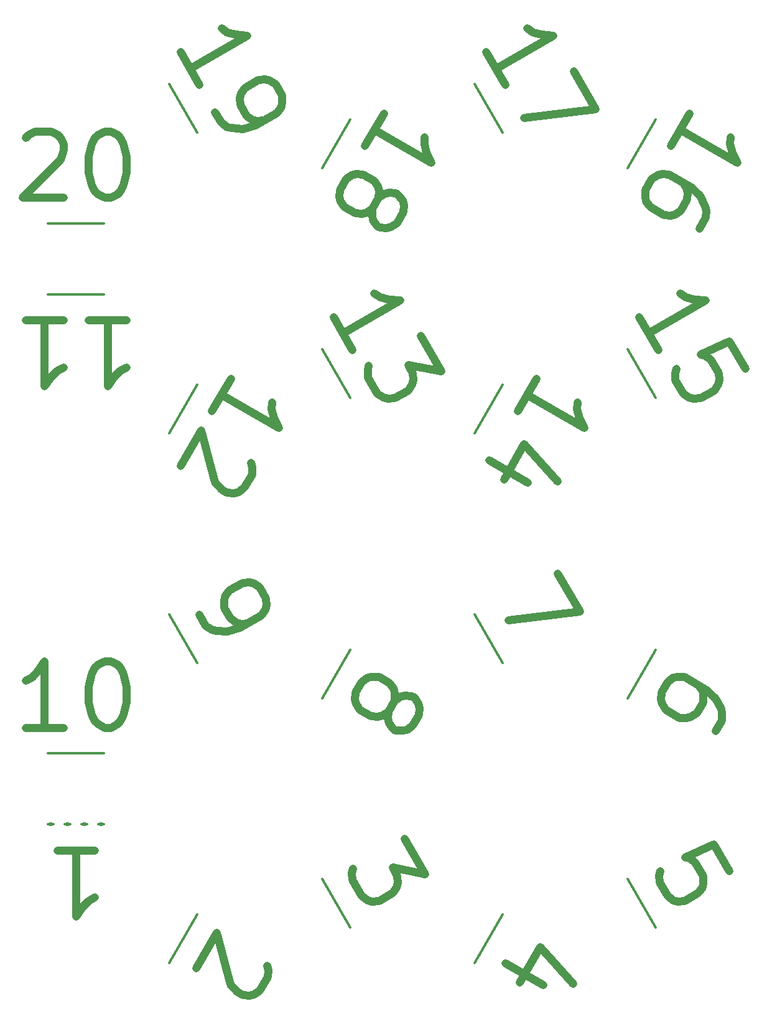
<source format=gbr>
%TF.GenerationSoftware,KiCad,Pcbnew,8.0.1*%
%TF.CreationDate,2024-04-06T16:34:53-04:00*%
%TF.ProjectId,Faces,46616365-732e-46b6-9963-61645f706362,rev?*%
%TF.SameCoordinates,Original*%
%TF.FileFunction,Copper,L1,Top*%
%TF.FilePolarity,Positive*%
%FSLAX46Y46*%
G04 Gerber Fmt 4.6, Leading zero omitted, Abs format (unit mm)*
G04 Created by KiCad (PCBNEW 8.0.1) date 2024-04-06 16:34:53*
%MOMM*%
%LPD*%
G01*
G04 APERTURE LIST*
%TA.AperFunction,NonConductor*%
%ADD10C,0.375000*%
%TD*%
%ADD11C,1.125000*%
%TA.AperFunction,NonConductor*%
%ADD12C,1.125000*%
%TD*%
%TA.AperFunction,ViaPad*%
%ADD13C,0.600000*%
%TD*%
G04 APERTURE END LIST*
D10*
X54610002Y-56641998D02*
X46990001Y-56641998D01*
X105098898Y-100168634D02*
X108908898Y-106767747D01*
X50038000Y-128729044D02*
X49276000Y-128729044D01*
X46990095Y-119077046D02*
X54610095Y-119077046D01*
X88099110Y-32907640D02*
X84289110Y-39506754D01*
X129718680Y-104994632D02*
X125908680Y-111593746D01*
X46990000Y-46990000D02*
X54610000Y-46990000D01*
X88099205Y-104994686D02*
X84289205Y-111593800D01*
X125908501Y-64125032D02*
X129718501Y-70724146D01*
X125908596Y-136212078D02*
X129718596Y-142811192D01*
X52324000Y-128729044D02*
X51562000Y-128729044D01*
X129718585Y-32907586D02*
X125908585Y-39506700D01*
X47752000Y-128729044D02*
X46990096Y-128729044D01*
X63479423Y-100168688D02*
X67289423Y-106767802D01*
X67289428Y-141038184D02*
X63479427Y-147637298D01*
X84289026Y-64125086D02*
X88099026Y-70724200D01*
X63479328Y-28081642D02*
X67289328Y-34680756D01*
X108908903Y-141038130D02*
X105098903Y-147637244D01*
X53848000Y-128729044D02*
X54610000Y-128729044D01*
X108908808Y-68951084D02*
X105098808Y-75550198D01*
X67289333Y-68951138D02*
X63479332Y-75550252D01*
X84289121Y-136212132D02*
X88099121Y-142811246D01*
X105098803Y-28081588D02*
X108908803Y-34680701D01*
D11*
D12*
X67571201Y-28139119D02*
X64999773Y-23685274D01*
X66285487Y-25912196D02*
X74079716Y-21412196D01*
X74079716Y-21412196D02*
X72537683Y-21312746D01*
X72537683Y-21312746D02*
X71366804Y-20999010D01*
X71366804Y-20999010D02*
X70567079Y-20470988D01*
X69714059Y-31850657D02*
X70571202Y-33335272D01*
X70571202Y-33335272D02*
X71370927Y-33863293D01*
X71370927Y-33863293D02*
X71956366Y-34020161D01*
X71956366Y-34020161D02*
X73498399Y-34119612D01*
X73498399Y-34119612D02*
X75197299Y-33633623D01*
X75197299Y-33633623D02*
X78166529Y-31919337D01*
X78166529Y-31919337D02*
X78694551Y-31119612D01*
X78694551Y-31119612D02*
X78851419Y-30534172D01*
X78851419Y-30534172D02*
X78794002Y-29577579D01*
X78794002Y-29577579D02*
X77936859Y-28092964D01*
X77936859Y-28092964D02*
X77137134Y-27564942D01*
X77137134Y-27564942D02*
X76551694Y-27408074D01*
X76551694Y-27408074D02*
X75595101Y-27465492D01*
X75595101Y-27465492D02*
X73739332Y-28536921D01*
X73739332Y-28536921D02*
X73211310Y-29336646D01*
X73211310Y-29336646D02*
X73054442Y-29922085D01*
X73054442Y-29922085D02*
X73111860Y-30878678D01*
X73111860Y-30878678D02*
X73969003Y-32363293D01*
X73969003Y-32363293D02*
X74768728Y-32891315D01*
X74768728Y-32891315D02*
X75354168Y-33048183D01*
X75354168Y-33048183D02*
X76310761Y-32990766D01*
D11*
D12*
X76766080Y-147939711D02*
X76922948Y-148525151D01*
X76922948Y-148525151D02*
X76865530Y-149481744D01*
X76865530Y-149481744D02*
X75794101Y-151337513D01*
X75794101Y-151337513D02*
X74994376Y-151865534D01*
X74994376Y-151865534D02*
X74408937Y-152022402D01*
X74408937Y-152022402D02*
X73452344Y-151964985D01*
X73452344Y-151964985D02*
X72710036Y-151536413D01*
X72710036Y-151536413D02*
X71810861Y-150522402D01*
X71810861Y-150522402D02*
X69928444Y-143497129D01*
X69928444Y-143497129D02*
X67142730Y-148322128D01*
D11*
D12*
X69285492Y-72523543D02*
X71856921Y-68069699D01*
X70571207Y-70296621D02*
X78365435Y-74796621D01*
X78365435Y-74796621D02*
X77680546Y-73411456D01*
X77680546Y-73411456D02*
X77366809Y-72240577D01*
X77366809Y-72240577D02*
X77424227Y-71283984D01*
X74623128Y-79564202D02*
X74779996Y-80149642D01*
X74779996Y-80149642D02*
X74722578Y-81106235D01*
X74722578Y-81106235D02*
X73651149Y-82962004D01*
X73651149Y-82962004D02*
X72851424Y-83490025D01*
X72851424Y-83490025D02*
X72265985Y-83646894D01*
X72265985Y-83646894D02*
X71309392Y-83589476D01*
X71309392Y-83589476D02*
X70567084Y-83160904D01*
X70567084Y-83160904D02*
X69667909Y-82146894D01*
X69667909Y-82146894D02*
X67785492Y-75121620D01*
X67785492Y-75121620D02*
X64999778Y-79946619D01*
D11*
D12*
X110904967Y-72523489D02*
X113476396Y-68069645D01*
X112190682Y-70296567D02*
X119984910Y-74796567D01*
X119984910Y-74796567D02*
X119300021Y-73411402D01*
X119300021Y-73411402D02*
X118986284Y-72240523D01*
X118986284Y-72240523D02*
X119043702Y-71283930D01*
X112243977Y-82204257D02*
X107047824Y-79204257D01*
X116284635Y-82062774D02*
X111788758Y-76992720D01*
X111788758Y-76992720D02*
X109003043Y-81817718D01*
D11*
D12*
X49085808Y-115562117D02*
X43942951Y-115562117D01*
X46514380Y-115562117D02*
X46514380Y-106562117D01*
X46514380Y-106562117D02*
X45657237Y-107847831D01*
X45657237Y-107847831D02*
X44800094Y-108704974D01*
X44800094Y-108704974D02*
X43942951Y-109133546D01*
X54657237Y-106562117D02*
X55514380Y-106562117D01*
X55514380Y-106562117D02*
X56371523Y-106990688D01*
X56371523Y-106990688D02*
X56800095Y-107419260D01*
X56800095Y-107419260D02*
X57228666Y-108276403D01*
X57228666Y-108276403D02*
X57657237Y-109990688D01*
X57657237Y-109990688D02*
X57657237Y-112133546D01*
X57657237Y-112133546D02*
X57228666Y-113847831D01*
X57228666Y-113847831D02*
X56800095Y-114704974D01*
X56800095Y-114704974D02*
X56371523Y-115133546D01*
X56371523Y-115133546D02*
X55514380Y-115562117D01*
X55514380Y-115562117D02*
X54657237Y-115562117D01*
X54657237Y-115562117D02*
X53800095Y-115133546D01*
X53800095Y-115133546D02*
X53371523Y-114704974D01*
X53371523Y-114704974D02*
X52942952Y-113847831D01*
X52942952Y-113847831D02*
X52514380Y-112133546D01*
X52514380Y-112133546D02*
X52514380Y-109990688D01*
X52514380Y-109990688D02*
X52942952Y-108276403D01*
X52942952Y-108276403D02*
X53371523Y-107419260D01*
X53371523Y-107419260D02*
X53800095Y-106990688D01*
X53800095Y-106990688D02*
X54657237Y-106562117D01*
D11*
D12*
X137794782Y-116036268D02*
X138651925Y-114551653D01*
X138651925Y-114551653D02*
X138709343Y-113595060D01*
X138709343Y-113595060D02*
X138552475Y-113009620D01*
X138552475Y-113009620D02*
X137867585Y-111624456D01*
X137867585Y-111624456D02*
X136597255Y-110396159D01*
X136597255Y-110396159D02*
X133628025Y-108681873D01*
X133628025Y-108681873D02*
X132671432Y-108624456D01*
X132671432Y-108624456D02*
X132085993Y-108781324D01*
X132085993Y-108781324D02*
X131286268Y-109309346D01*
X131286268Y-109309346D02*
X130429125Y-110793961D01*
X130429125Y-110793961D02*
X130371707Y-111750554D01*
X130371707Y-111750554D02*
X130528575Y-112335993D01*
X130528575Y-112335993D02*
X131056597Y-113135718D01*
X131056597Y-113135718D02*
X132912366Y-114207147D01*
X132912366Y-114207147D02*
X133868959Y-114264565D01*
X133868959Y-114264565D02*
X134454398Y-114107697D01*
X134454398Y-114107697D02*
X135254123Y-113579675D01*
X135254123Y-113579675D02*
X136111266Y-112095060D01*
X136111266Y-112095060D02*
X136168684Y-111138467D01*
X136168684Y-111138467D02*
X136011816Y-110553027D01*
X136011816Y-110553027D02*
X135483794Y-109753302D01*
D11*
D12*
X95532366Y-130656148D02*
X98318080Y-135481147D01*
X98318080Y-135481147D02*
X93848850Y-134597356D01*
X93848850Y-134597356D02*
X94491708Y-135710818D01*
X94491708Y-135710818D02*
X94549125Y-136667411D01*
X94549125Y-136667411D02*
X94392257Y-137252850D01*
X94392257Y-137252850D02*
X93864235Y-138052576D01*
X93864235Y-138052576D02*
X92008467Y-139124004D01*
X92008467Y-139124004D02*
X91051874Y-139181422D01*
X91051874Y-139181422D02*
X90466434Y-139024554D01*
X90466434Y-139024554D02*
X89666709Y-138496532D01*
X89666709Y-138496532D02*
X88380995Y-136269609D01*
X88380995Y-136269609D02*
X88323577Y-135313016D01*
X88323577Y-135313016D02*
X88480445Y-134727577D01*
D11*
D12*
X94120638Y-111880828D02*
X94920363Y-111352806D01*
X94920363Y-111352806D02*
X95505802Y-111195938D01*
X95505802Y-111195938D02*
X96462395Y-111253356D01*
X96462395Y-111253356D02*
X96833549Y-111467642D01*
X96833549Y-111467642D02*
X97361571Y-112267367D01*
X97361571Y-112267367D02*
X97518439Y-112852806D01*
X97518439Y-112852806D02*
X97461021Y-113809400D01*
X97461021Y-113809400D02*
X96603878Y-115294015D01*
X96603878Y-115294015D02*
X95804153Y-115822036D01*
X95804153Y-115822036D02*
X95218714Y-115978904D01*
X95218714Y-115978904D02*
X94262121Y-115921487D01*
X94262121Y-115921487D02*
X93890967Y-115707201D01*
X93890967Y-115707201D02*
X93362945Y-114907476D01*
X93362945Y-114907476D02*
X93206077Y-114322036D01*
X93206077Y-114322036D02*
X93263495Y-113365443D01*
X93263495Y-113365443D02*
X94120638Y-111880828D01*
X94120638Y-111880828D02*
X94178055Y-110924235D01*
X94178055Y-110924235D02*
X94021187Y-110338795D01*
X94021187Y-110338795D02*
X93493165Y-109539070D01*
X93493165Y-109539070D02*
X92008550Y-108681927D01*
X92008550Y-108681927D02*
X91051957Y-108624510D01*
X91051957Y-108624510D02*
X90466518Y-108781378D01*
X90466518Y-108781378D02*
X89666793Y-109309400D01*
X89666793Y-109309400D02*
X88809650Y-110794015D01*
X88809650Y-110794015D02*
X88752232Y-111750608D01*
X88752232Y-111750608D02*
X88909100Y-112336047D01*
X88909100Y-112336047D02*
X89437122Y-113135772D01*
X89437122Y-113135772D02*
X90921737Y-113992915D01*
X90921737Y-113992915D02*
X91878330Y-114050333D01*
X91878330Y-114050333D02*
X92463770Y-113893465D01*
X92463770Y-113893465D02*
X93263495Y-113365443D01*
D11*
D12*
X116342143Y-94612650D02*
X119342143Y-99808803D01*
X119342143Y-99808803D02*
X109619343Y-100968419D01*
D11*
D12*
X131714744Y-36479991D02*
X134286173Y-32026147D01*
X133000459Y-34253069D02*
X140794687Y-38753069D01*
X140794687Y-38753069D02*
X140109798Y-37367904D01*
X140109798Y-37367904D02*
X139796061Y-36197025D01*
X139796061Y-36197025D02*
X139853479Y-35240432D01*
X135651830Y-47660759D02*
X136508973Y-46176144D01*
X136508973Y-46176144D02*
X136566391Y-45219551D01*
X136566391Y-45219551D02*
X136409523Y-44634112D01*
X136409523Y-44634112D02*
X135724633Y-43248947D01*
X135724633Y-43248947D02*
X134454303Y-42020650D01*
X134454303Y-42020650D02*
X131485073Y-40306365D01*
X131485073Y-40306365D02*
X130528480Y-40248947D01*
X130528480Y-40248947D02*
X129943041Y-40405815D01*
X129943041Y-40405815D02*
X129143316Y-40933837D01*
X129143316Y-40933837D02*
X128286173Y-42418452D01*
X128286173Y-42418452D02*
X128228755Y-43375045D01*
X128228755Y-43375045D02*
X128385623Y-43960484D01*
X128385623Y-43960484D02*
X128913645Y-44760210D01*
X128913645Y-44760210D02*
X130769414Y-45831638D01*
X130769414Y-45831638D02*
X131726007Y-45889056D01*
X131726007Y-45889056D02*
X132311446Y-45732188D01*
X132311446Y-45732188D02*
X133111171Y-45204166D01*
X133111171Y-45204166D02*
X133968314Y-43719551D01*
X133968314Y-43719551D02*
X134025732Y-42762958D01*
X134025732Y-42762958D02*
X133868864Y-42177518D01*
X133868864Y-42177518D02*
X133340842Y-41377793D01*
D11*
D12*
X48228668Y-132243972D02*
X53371525Y-132243972D01*
X50800096Y-132243972D02*
X50800096Y-141243972D01*
X50800096Y-141243972D02*
X51657239Y-139958258D01*
X51657239Y-139958258D02*
X52514382Y-139101115D01*
X52514382Y-139101115D02*
X53371525Y-138672544D01*
D11*
D12*
X130000374Y-64182509D02*
X127428946Y-59728664D01*
X128714660Y-61955586D02*
X136508889Y-57455586D01*
X136508889Y-57455586D02*
X134966856Y-57356136D01*
X134966856Y-57356136D02*
X133795977Y-57042400D01*
X133795977Y-57042400D02*
X132996252Y-56514378D01*
X141866032Y-66734430D02*
X139723175Y-63022893D01*
X139723175Y-63022893D02*
X135797351Y-64794596D01*
X135797351Y-64794596D02*
X136382791Y-64951464D01*
X136382791Y-64951464D02*
X137182516Y-65479486D01*
X137182516Y-65479486D02*
X138253945Y-67335255D01*
X138253945Y-67335255D02*
X138311362Y-68291848D01*
X138311362Y-68291848D02*
X138154494Y-68877288D01*
X138154494Y-68877288D02*
X137626472Y-69677013D01*
X137626472Y-69677013D02*
X135770704Y-70748441D01*
X135770704Y-70748441D02*
X134814111Y-70805859D01*
X134814111Y-70805859D02*
X134228671Y-70648991D01*
X134228671Y-70648991D02*
X133428946Y-70120969D01*
X133428946Y-70120969D02*
X132357517Y-68265200D01*
X132357517Y-68265200D02*
X132300100Y-67308607D01*
X132300100Y-67308607D02*
X132456968Y-66723168D01*
D11*
D12*
X52514288Y-60156926D02*
X57657145Y-60156926D01*
X55085716Y-60156926D02*
X55085716Y-69156926D01*
X55085716Y-69156926D02*
X55942859Y-67871212D01*
X55942859Y-67871212D02*
X56800002Y-67014069D01*
X56800002Y-67014069D02*
X57657145Y-66585498D01*
X43942859Y-60156926D02*
X49085716Y-60156926D01*
X46514287Y-60156926D02*
X46514287Y-69156926D01*
X46514287Y-69156926D02*
X47371430Y-67871212D01*
X47371430Y-67871212D02*
X48228573Y-67014069D01*
X48228573Y-67014069D02*
X49085716Y-66585498D01*
D11*
D12*
X90095269Y-36480045D02*
X92666698Y-32026201D01*
X91380984Y-34253123D02*
X99175212Y-38753123D01*
X99175212Y-38753123D02*
X98490323Y-37367958D01*
X98490323Y-37367958D02*
X98176586Y-36197079D01*
X98176586Y-36197079D02*
X98234004Y-35240486D01*
X91977686Y-43505319D02*
X92777411Y-42977298D01*
X92777411Y-42977298D02*
X93362850Y-42820430D01*
X93362850Y-42820430D02*
X94319443Y-42877847D01*
X94319443Y-42877847D02*
X94690597Y-43092133D01*
X94690597Y-43092133D02*
X95218619Y-43891858D01*
X95218619Y-43891858D02*
X95375487Y-44477298D01*
X95375487Y-44477298D02*
X95318069Y-45433891D01*
X95318069Y-45433891D02*
X94460926Y-46918506D01*
X94460926Y-46918506D02*
X93661201Y-47446527D01*
X93661201Y-47446527D02*
X93075762Y-47603396D01*
X93075762Y-47603396D02*
X92119169Y-47545978D01*
X92119169Y-47545978D02*
X91748015Y-47331692D01*
X91748015Y-47331692D02*
X91219993Y-46531967D01*
X91219993Y-46531967D02*
X91063125Y-45946527D01*
X91063125Y-45946527D02*
X91120543Y-44989934D01*
X91120543Y-44989934D02*
X91977686Y-43505319D01*
X91977686Y-43505319D02*
X92035103Y-42548726D01*
X92035103Y-42548726D02*
X91878235Y-41963287D01*
X91878235Y-41963287D02*
X91350213Y-41163561D01*
X91350213Y-41163561D02*
X89865598Y-40306419D01*
X89865598Y-40306419D02*
X88909005Y-40249001D01*
X88909005Y-40249001D02*
X88323566Y-40405869D01*
X88323566Y-40405869D02*
X87523841Y-40933891D01*
X87523841Y-40933891D02*
X86666698Y-42418506D01*
X86666698Y-42418506D02*
X86609280Y-43375099D01*
X86609280Y-43375099D02*
X86766148Y-43960538D01*
X86766148Y-43960538D02*
X87294170Y-44760264D01*
X87294170Y-44760264D02*
X88778785Y-45617406D01*
X88778785Y-45617406D02*
X89735378Y-45674824D01*
X89735378Y-45674824D02*
X90320818Y-45517956D01*
X90320818Y-45517956D02*
X91120543Y-44989934D01*
D11*
D12*
X109190676Y-28139065D02*
X106619248Y-23685220D01*
X107904962Y-25912142D02*
X115699191Y-21412142D01*
X115699191Y-21412142D02*
X114157158Y-21312692D01*
X114157158Y-21312692D02*
X112986279Y-20998956D01*
X112986279Y-20998956D02*
X112186554Y-20470934D01*
X118484905Y-26237141D02*
X121484905Y-31433294D01*
X121484905Y-31433294D02*
X111762105Y-32592910D01*
D11*
D12*
X139723270Y-135109939D02*
X137580413Y-131398402D01*
X137580413Y-131398402D02*
X133654589Y-133170105D01*
X133654589Y-133170105D02*
X134240029Y-133326973D01*
X134240029Y-133326973D02*
X135039754Y-133854995D01*
X135039754Y-133854995D02*
X136111183Y-135710764D01*
X136111183Y-135710764D02*
X136168600Y-136667357D01*
X136168600Y-136667357D02*
X136011732Y-137252796D01*
X136011732Y-137252796D02*
X135483710Y-138052522D01*
X135483710Y-138052522D02*
X133627942Y-139123950D01*
X133627942Y-139123950D02*
X132671349Y-139181368D01*
X132671349Y-139181368D02*
X132085909Y-139024500D01*
X132085909Y-139024500D02*
X131286184Y-138496478D01*
X131286184Y-138496478D02*
X130214755Y-136640709D01*
X130214755Y-136640709D02*
X130157338Y-135684116D01*
X130157338Y-135684116D02*
X130314206Y-135098677D01*
D11*
D12*
X43942856Y-35332214D02*
X44371428Y-34903642D01*
X44371428Y-34903642D02*
X45228571Y-34475071D01*
X45228571Y-34475071D02*
X47371428Y-34475071D01*
X47371428Y-34475071D02*
X48228571Y-34903642D01*
X48228571Y-34903642D02*
X48657142Y-35332214D01*
X48657142Y-35332214D02*
X49085713Y-36189357D01*
X49085713Y-36189357D02*
X49085713Y-37046500D01*
X49085713Y-37046500D02*
X48657142Y-38332214D01*
X48657142Y-38332214D02*
X43514285Y-43475071D01*
X43514285Y-43475071D02*
X49085713Y-43475071D01*
X54657142Y-34475071D02*
X55514285Y-34475071D01*
X55514285Y-34475071D02*
X56371428Y-34903642D01*
X56371428Y-34903642D02*
X56800000Y-35332214D01*
X56800000Y-35332214D02*
X57228571Y-36189357D01*
X57228571Y-36189357D02*
X57657142Y-37903642D01*
X57657142Y-37903642D02*
X57657142Y-40046500D01*
X57657142Y-40046500D02*
X57228571Y-41760785D01*
X57228571Y-41760785D02*
X56800000Y-42617928D01*
X56800000Y-42617928D02*
X56371428Y-43046500D01*
X56371428Y-43046500D02*
X55514285Y-43475071D01*
X55514285Y-43475071D02*
X54657142Y-43475071D01*
X54657142Y-43475071D02*
X53800000Y-43046500D01*
X53800000Y-43046500D02*
X53371428Y-42617928D01*
X53371428Y-42617928D02*
X52942857Y-41760785D01*
X52942857Y-41760785D02*
X52514285Y-40046500D01*
X52514285Y-40046500D02*
X52514285Y-37903642D01*
X52514285Y-37903642D02*
X52942857Y-36189357D01*
X52942857Y-36189357D02*
X53371428Y-35332214D01*
X53371428Y-35332214D02*
X53800000Y-34903642D01*
X53800000Y-34903642D02*
X54657142Y-34475071D01*
D11*
D12*
X114386929Y-150579766D02*
X109190776Y-147579766D01*
X118427587Y-150438283D02*
X113931710Y-145368229D01*
X113931710Y-145368229D02*
X111145995Y-150193227D01*
D11*
D12*
X67571297Y-100226165D02*
X68428440Y-101710780D01*
X68428440Y-101710780D02*
X69228165Y-102238802D01*
X69228165Y-102238802D02*
X69813604Y-102395670D01*
X69813604Y-102395670D02*
X71355637Y-102495121D01*
X71355637Y-102495121D02*
X73054537Y-102009132D01*
X73054537Y-102009132D02*
X76023767Y-100294846D01*
X76023767Y-100294846D02*
X76551789Y-99495121D01*
X76551789Y-99495121D02*
X76708657Y-98909681D01*
X76708657Y-98909681D02*
X76651240Y-97953088D01*
X76651240Y-97953088D02*
X75794097Y-96468473D01*
X75794097Y-96468473D02*
X74994372Y-95940451D01*
X74994372Y-95940451D02*
X74408932Y-95783583D01*
X74408932Y-95783583D02*
X73452339Y-95841001D01*
X73452339Y-95841001D02*
X71596570Y-96912429D01*
X71596570Y-96912429D02*
X71068548Y-97712155D01*
X71068548Y-97712155D02*
X70911680Y-98297594D01*
X70911680Y-98297594D02*
X70969098Y-99254187D01*
X70969098Y-99254187D02*
X71826241Y-100738802D01*
X71826241Y-100738802D02*
X72625966Y-101266824D01*
X72625966Y-101266824D02*
X73211406Y-101423692D01*
X73211406Y-101423692D02*
X74167999Y-101366274D01*
D11*
D12*
X88380899Y-64182563D02*
X85809471Y-59728718D01*
X87095185Y-61955640D02*
X94889414Y-57455640D01*
X94889414Y-57455640D02*
X93347381Y-57356190D01*
X93347381Y-57356190D02*
X92176502Y-57042454D01*
X92176502Y-57042454D02*
X91376777Y-56514432D01*
X97675128Y-62280639D02*
X100460842Y-67105638D01*
X100460842Y-67105638D02*
X95991612Y-66221848D01*
X95991612Y-66221848D02*
X96634470Y-67335309D01*
X96634470Y-67335309D02*
X96691887Y-68291902D01*
X96691887Y-68291902D02*
X96535019Y-68877342D01*
X96535019Y-68877342D02*
X96006997Y-69677067D01*
X96006997Y-69677067D02*
X94151229Y-70748495D01*
X94151229Y-70748495D02*
X93194636Y-70805913D01*
X93194636Y-70805913D02*
X92609196Y-70649045D01*
X92609196Y-70649045D02*
X91809471Y-70121023D01*
X91809471Y-70121023D02*
X90523757Y-67894101D01*
X90523757Y-67894101D02*
X90466339Y-66937507D01*
X90466339Y-66937507D02*
X90623207Y-66352068D01*
D13*
%TO.N,*%
X47371048Y-128729044D03*
X51943000Y-128729044D03*
X54229000Y-128729044D03*
X49657000Y-128729044D03*
%TD*%
M02*

</source>
